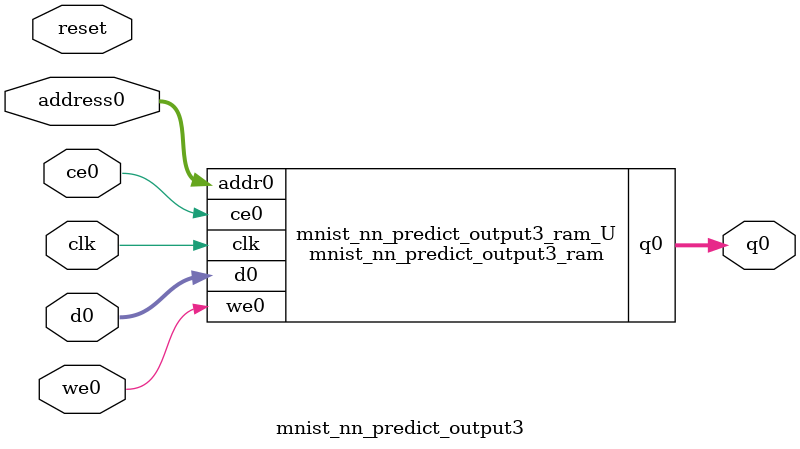
<source format=v>
`timescale 1 ns / 1 ps
module mnist_nn_predict_output3_ram (addr0, ce0, d0, we0, q0,  clk);

parameter DWIDTH = 32;
parameter AWIDTH = 4;
parameter MEM_SIZE = 10;

input[AWIDTH-1:0] addr0;
input ce0;
input[DWIDTH-1:0] d0;
input we0;
output reg[DWIDTH-1:0] q0;
input clk;

(* ram_style = "distributed" *)reg [DWIDTH-1:0] ram[0:MEM_SIZE-1];




always @(posedge clk)  
begin 
    if (ce0) 
    begin
        if (we0) 
        begin 
            ram[addr0] <= d0; 
        end 
        q0 <= ram[addr0];
    end
end


endmodule

`timescale 1 ns / 1 ps
module mnist_nn_predict_output3(
    reset,
    clk,
    address0,
    ce0,
    we0,
    d0,
    q0);

parameter DataWidth = 32'd32;
parameter AddressRange = 32'd10;
parameter AddressWidth = 32'd4;
input reset;
input clk;
input[AddressWidth - 1:0] address0;
input ce0;
input we0;
input[DataWidth - 1:0] d0;
output[DataWidth - 1:0] q0;



mnist_nn_predict_output3_ram mnist_nn_predict_output3_ram_U(
    .clk( clk ),
    .addr0( address0 ),
    .ce0( ce0 ),
    .we0( we0 ),
    .d0( d0 ),
    .q0( q0 ));

endmodule


</source>
